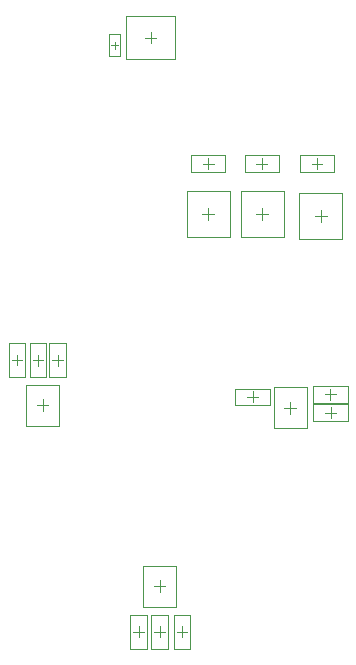
<source format=gbr>
%TF.GenerationSoftware,Altium Limited,Altium Designer,19.1.5 (86)*%
G04 Layer_Color=16711935*
%FSLAX26Y26*%
%MOIN*%
%TF.FileFunction,Other,Courtyard_Bottom*%
%TF.Part,Single*%
G01*
G75*
%TA.AperFunction,NonConductor*%
%ADD47C,0.003937*%
%ADD88C,0.001968*%
D47*
X2510000Y2451043D02*
Y2490413D01*
X2490315Y2470728D02*
X2529685D01*
X2065000Y1377795D02*
Y1413228D01*
X2047284Y1395512D02*
X2082717D01*
X3046620Y2050000D02*
X3082053D01*
X3064336Y2032283D02*
Y2067716D01*
X2135000Y1377284D02*
Y1412716D01*
X2117284Y1395000D02*
X2152717D01*
X2200000Y1377284D02*
Y1412716D01*
X2182284Y1395000D02*
X2217717D01*
X2615000Y472284D02*
Y507716D01*
X2597283Y490000D02*
X2632716D01*
X2862795Y2050000D02*
X2898228D01*
X2880512Y2032283D02*
Y2067716D01*
X2540000Y472284D02*
Y507716D01*
X2522283Y490000D02*
X2557716D01*
X2470000Y472284D02*
Y507716D01*
X2452283Y490000D02*
X2487716D01*
X2684882Y2050000D02*
X2720315D01*
X2702599Y2032283D02*
Y2067716D01*
X2832284Y1273137D02*
X2867716D01*
X2850000Y1255421D02*
Y1290854D01*
X3091772Y1281220D02*
X3127205D01*
X3109488Y1263504D02*
Y1298937D01*
X3092284Y1220000D02*
X3127716D01*
X3110000Y1202283D02*
Y1237716D01*
X3076808Y1857008D02*
Y1896378D01*
X3057123Y1876693D02*
X3096493D01*
X2882599Y1862008D02*
Y1901378D01*
X2862913Y1881693D02*
X2902284D01*
X2702599Y1862008D02*
Y1901378D01*
X2682913Y1881693D02*
X2722284D01*
X2130315Y1245000D02*
X2169685D01*
X2150000Y1225315D02*
Y1264685D01*
X2520315Y641220D02*
X2559685D01*
X2540000Y621535D02*
Y660905D01*
X2955315Y1236917D02*
X2994685D01*
X2975000Y1217232D02*
Y1256602D01*
X2390000Y2433189D02*
Y2456811D01*
X2378189Y2445000D02*
X2401811D01*
D88*
X2427126Y2399862D02*
X2592874D01*
X2427126Y2541595D02*
X2592874D01*
X2427126Y2399862D02*
Y2541595D01*
X2592874Y2399862D02*
Y2541595D01*
X2037441Y1452598D02*
X2092559D01*
X2037441Y1338425D02*
X2092559D01*
X2037441D02*
Y1452598D01*
X2092559Y1338425D02*
Y1452598D01*
X3121423Y2022441D02*
Y2077559D01*
X3007249Y2022441D02*
Y2077559D01*
X3121423D01*
X3007249Y2022441D02*
X3121423D01*
X2107441Y1452087D02*
X2162559D01*
X2107441Y1337913D02*
X2162559D01*
X2107441D02*
Y1452087D01*
X2162559Y1337913D02*
Y1452087D01*
X2172441D02*
X2227559D01*
X2172441Y1337913D02*
X2227559D01*
X2172441D02*
Y1452087D01*
X2227559Y1337913D02*
Y1452087D01*
X2587441Y432913D02*
X2642559D01*
X2587441Y547087D02*
X2642559D01*
Y432913D02*
Y547087D01*
X2587441Y432913D02*
Y547087D01*
X2937598Y2022441D02*
Y2077559D01*
X2823425Y2022441D02*
Y2077559D01*
X2937598D01*
X2823425Y2022441D02*
X2937598D01*
X2512441Y432913D02*
X2567559D01*
X2512441Y547087D02*
X2567559D01*
Y432913D02*
Y547087D01*
X2512441Y432913D02*
Y547087D01*
X2442441Y432913D02*
X2497559D01*
X2442441Y547087D02*
X2497559D01*
Y432913D02*
Y547087D01*
X2442441Y432913D02*
Y547087D01*
X2759685Y2022441D02*
Y2077559D01*
X2645512Y2022441D02*
Y2077559D01*
X2759685D01*
X2645512Y2022441D02*
X2759685D01*
X2792913Y1245578D02*
Y1300696D01*
X2907087Y1245578D02*
Y1300696D01*
X2792913Y1245578D02*
X2907087D01*
X2792913Y1300696D02*
X2907087D01*
X3166575Y1253661D02*
Y1308779D01*
X3052402Y1253661D02*
Y1308779D01*
X3166575D01*
X3052402Y1253661D02*
X3166575D01*
X3167087Y1192441D02*
Y1247559D01*
X3052913Y1192441D02*
Y1247559D01*
X3167087D01*
X3052913Y1192441D02*
X3167087D01*
X3005941Y1953465D02*
X3147674D01*
X3005941Y1799921D02*
X3147674D01*
X3005941D02*
Y1953465D01*
X3147674Y1799921D02*
Y1953465D01*
X2811732Y1958465D02*
X2953465D01*
X2811732Y1804921D02*
X2953465D01*
X2811732D02*
Y1958465D01*
X2953465Y1804921D02*
Y1958465D01*
X2631732D02*
X2773465D01*
X2631732Y1804921D02*
X2773465D01*
X2631732D02*
Y1958465D01*
X2773465Y1804921D02*
Y1958465D01*
X2094882Y1175906D02*
Y1314094D01*
X2205118Y1175906D02*
Y1314094D01*
X2094882D02*
X2205118D01*
X2094882Y1175906D02*
X2205118D01*
X2595118Y572126D02*
Y710315D01*
X2484882Y572126D02*
Y710315D01*
Y572126D02*
X2595118D01*
X2484882Y710315D02*
X2595118D01*
X2919882Y1167822D02*
Y1306011D01*
X3030118Y1167822D02*
Y1306011D01*
X2919882D02*
X3030118D01*
X2919882Y1167822D02*
X3030118D01*
X2370315Y2407599D02*
X2409685D01*
X2370315Y2482402D02*
X2409685D01*
Y2407599D02*
Y2482402D01*
X2370315Y2407599D02*
Y2482402D01*
%TF.MD5,f7ca3b018107da917c047f2de1989b1a*%
M02*

</source>
